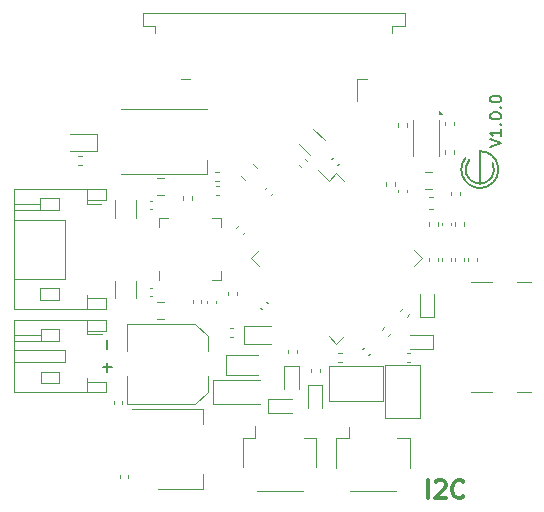
<source format=gbr>
%TF.GenerationSoftware,KiCad,Pcbnew,8.0.3*%
%TF.CreationDate,2024-08-22T22:40:52-04:00*%
%TF.ProjectId,Axis_Basic,41786973-5f42-4617-9369-632e6b696361,rev?*%
%TF.SameCoordinates,Original*%
%TF.FileFunction,Legend,Top*%
%TF.FilePolarity,Positive*%
%FSLAX46Y46*%
G04 Gerber Fmt 4.6, Leading zero omitted, Abs format (unit mm)*
G04 Created by KiCad (PCBNEW 8.0.3) date 2024-08-22 22:40:52*
%MOMM*%
%LPD*%
G01*
G04 APERTURE LIST*
%ADD10C,0.300000*%
%ADD11C,0.150000*%
%ADD12C,0.120000*%
%ADD13C,0.100000*%
G04 APERTURE END LIST*
D10*
X163154510Y-120300828D02*
X163154510Y-118800828D01*
X163797368Y-118943685D02*
X163868796Y-118872257D01*
X163868796Y-118872257D02*
X164011654Y-118800828D01*
X164011654Y-118800828D02*
X164368796Y-118800828D01*
X164368796Y-118800828D02*
X164511654Y-118872257D01*
X164511654Y-118872257D02*
X164583082Y-118943685D01*
X164583082Y-118943685D02*
X164654511Y-119086542D01*
X164654511Y-119086542D02*
X164654511Y-119229400D01*
X164654511Y-119229400D02*
X164583082Y-119443685D01*
X164583082Y-119443685D02*
X163725939Y-120300828D01*
X163725939Y-120300828D02*
X164654511Y-120300828D01*
X166154510Y-120157971D02*
X166083082Y-120229400D01*
X166083082Y-120229400D02*
X165868796Y-120300828D01*
X165868796Y-120300828D02*
X165725939Y-120300828D01*
X165725939Y-120300828D02*
X165511653Y-120229400D01*
X165511653Y-120229400D02*
X165368796Y-120086542D01*
X165368796Y-120086542D02*
X165297367Y-119943685D01*
X165297367Y-119943685D02*
X165225939Y-119657971D01*
X165225939Y-119657971D02*
X165225939Y-119443685D01*
X165225939Y-119443685D02*
X165297367Y-119157971D01*
X165297367Y-119157971D02*
X165368796Y-119015114D01*
X165368796Y-119015114D02*
X165511653Y-118872257D01*
X165511653Y-118872257D02*
X165725939Y-118800828D01*
X165725939Y-118800828D02*
X165868796Y-118800828D01*
X165868796Y-118800828D02*
X166083082Y-118872257D01*
X166083082Y-118872257D02*
X166154510Y-118943685D01*
D11*
X168369819Y-90606077D02*
X169369819Y-90272744D01*
X169369819Y-90272744D02*
X168369819Y-89939411D01*
X169369819Y-89082268D02*
X169369819Y-89653696D01*
X169369819Y-89367982D02*
X168369819Y-89367982D01*
X168369819Y-89367982D02*
X168512676Y-89463220D01*
X168512676Y-89463220D02*
X168607914Y-89558458D01*
X168607914Y-89558458D02*
X168655533Y-89653696D01*
X169274580Y-88653696D02*
X169322200Y-88606077D01*
X169322200Y-88606077D02*
X169369819Y-88653696D01*
X169369819Y-88653696D02*
X169322200Y-88701315D01*
X169322200Y-88701315D02*
X169274580Y-88653696D01*
X169274580Y-88653696D02*
X169369819Y-88653696D01*
X168369819Y-87987030D02*
X168369819Y-87891792D01*
X168369819Y-87891792D02*
X168417438Y-87796554D01*
X168417438Y-87796554D02*
X168465057Y-87748935D01*
X168465057Y-87748935D02*
X168560295Y-87701316D01*
X168560295Y-87701316D02*
X168750771Y-87653697D01*
X168750771Y-87653697D02*
X168988866Y-87653697D01*
X168988866Y-87653697D02*
X169179342Y-87701316D01*
X169179342Y-87701316D02*
X169274580Y-87748935D01*
X169274580Y-87748935D02*
X169322200Y-87796554D01*
X169322200Y-87796554D02*
X169369819Y-87891792D01*
X169369819Y-87891792D02*
X169369819Y-87987030D01*
X169369819Y-87987030D02*
X169322200Y-88082268D01*
X169322200Y-88082268D02*
X169274580Y-88129887D01*
X169274580Y-88129887D02*
X169179342Y-88177506D01*
X169179342Y-88177506D02*
X168988866Y-88225125D01*
X168988866Y-88225125D02*
X168750771Y-88225125D01*
X168750771Y-88225125D02*
X168560295Y-88177506D01*
X168560295Y-88177506D02*
X168465057Y-88129887D01*
X168465057Y-88129887D02*
X168417438Y-88082268D01*
X168417438Y-88082268D02*
X168369819Y-87987030D01*
X169274580Y-87225125D02*
X169322200Y-87177506D01*
X169322200Y-87177506D02*
X169369819Y-87225125D01*
X169369819Y-87225125D02*
X169322200Y-87272744D01*
X169322200Y-87272744D02*
X169274580Y-87225125D01*
X169274580Y-87225125D02*
X169369819Y-87225125D01*
X168369819Y-86558459D02*
X168369819Y-86463221D01*
X168369819Y-86463221D02*
X168417438Y-86367983D01*
X168417438Y-86367983D02*
X168465057Y-86320364D01*
X168465057Y-86320364D02*
X168560295Y-86272745D01*
X168560295Y-86272745D02*
X168750771Y-86225126D01*
X168750771Y-86225126D02*
X168988866Y-86225126D01*
X168988866Y-86225126D02*
X169179342Y-86272745D01*
X169179342Y-86272745D02*
X169274580Y-86320364D01*
X169274580Y-86320364D02*
X169322200Y-86367983D01*
X169322200Y-86367983D02*
X169369819Y-86463221D01*
X169369819Y-86463221D02*
X169369819Y-86558459D01*
X169369819Y-86558459D02*
X169322200Y-86653697D01*
X169322200Y-86653697D02*
X169274580Y-86701316D01*
X169274580Y-86701316D02*
X169179342Y-86748935D01*
X169179342Y-86748935D02*
X168988866Y-86796554D01*
X168988866Y-86796554D02*
X168750771Y-86796554D01*
X168750771Y-86796554D02*
X168560295Y-86748935D01*
X168560295Y-86748935D02*
X168465057Y-86701316D01*
X168465057Y-86701316D02*
X168417438Y-86653697D01*
X168417438Y-86653697D02*
X168369819Y-86558459D01*
X167537448Y-90923376D02*
X167537448Y-93685425D01*
X168614481Y-91946910D02*
G75*
G02*
X166637448Y-91685425I-1077033J-538515D01*
G01*
X167537448Y-90923376D02*
G75*
G02*
X166337449Y-91485426I0J-1562049D01*
G01*
X135988866Y-107663220D02*
X135988866Y-106901316D01*
X136363220Y-109211133D02*
X135601316Y-109211133D01*
X135982268Y-108830180D02*
X135982268Y-109592085D01*
D12*
%TO.C,C11*%
X137690000Y-105540000D02*
X137690000Y-107890000D01*
X137690000Y-112360000D02*
X137690000Y-110010000D01*
X143445563Y-105540000D02*
X137690000Y-105540000D01*
X143445563Y-112360000D02*
X137690000Y-112360000D01*
X144510000Y-106604437D02*
X143445563Y-105540000D01*
X144510000Y-106604437D02*
X144510000Y-107890000D01*
X144510000Y-111295563D02*
X143445563Y-112360000D01*
X144510000Y-111295563D02*
X144510000Y-110010000D01*
%TO.C,U5*%
X164085000Y-88325000D02*
X164085000Y-91325000D01*
X161865000Y-88325000D02*
X161865000Y-91325000D01*
X164345000Y-87815000D02*
X164065000Y-87815000D01*
X164065000Y-87535000D01*
X164345000Y-87815000D01*
G36*
X164345000Y-87815000D02*
G01*
X164065000Y-87815000D01*
X164065000Y-87535000D01*
X164345000Y-87815000D01*
G37*
%TO.C,R13*%
X164620000Y-88753641D02*
X164620000Y-88446359D01*
X165380000Y-88753641D02*
X165380000Y-88446359D01*
%TO.C,R12*%
X165380000Y-90846359D02*
X165380000Y-91153641D01*
X164620000Y-90846359D02*
X164620000Y-91153641D01*
%TO.C,R11*%
X160620000Y-88853641D02*
X160620000Y-88546359D01*
X161380000Y-88853641D02*
X161380000Y-88546359D01*
%TO.C,R4*%
X159620000Y-93853641D02*
X159620000Y-93546359D01*
X160380000Y-93853641D02*
X160380000Y-93546359D01*
%TO.C,R24*%
X165420000Y-100253641D02*
X165420000Y-99946359D01*
X166180000Y-100253641D02*
X166180000Y-99946359D01*
%TO.C,R23*%
X167280000Y-99946359D02*
X167280000Y-100253641D01*
X166520000Y-99946359D02*
X166520000Y-100253641D01*
%TO.C,R22*%
X145146359Y-92720000D02*
X145453641Y-92720000D01*
X145146359Y-93480000D02*
X145453641Y-93480000D01*
%TO.C,R21*%
X145468641Y-94620000D02*
X145161359Y-94620000D01*
X145468641Y-93860000D02*
X145161359Y-93860000D01*
%TO.C,J5*%
X147490000Y-115215000D02*
X148540000Y-115215000D01*
X147490000Y-117715000D02*
X147490000Y-115215000D01*
X148540000Y-115215000D02*
X148540000Y-114225000D01*
X148660000Y-119685000D02*
X152540000Y-119685000D01*
X153710000Y-115215000D02*
X152660000Y-115215000D01*
X153710000Y-117715000D02*
X153710000Y-115215000D01*
%TO.C,J3*%
X155390000Y-115240000D02*
X156440000Y-115240000D01*
X155390000Y-117740000D02*
X155390000Y-115240000D01*
X156440000Y-115240000D02*
X156440000Y-114250000D01*
X156560000Y-119710000D02*
X160440000Y-119710000D01*
X161610000Y-115240000D02*
X160560000Y-115240000D01*
X161610000Y-117740000D02*
X161610000Y-115240000D01*
%TO.C,D10*%
X162500000Y-104960000D02*
X163700000Y-104960000D01*
X162500000Y-103000000D02*
X162500000Y-104960000D01*
X163700000Y-103000000D02*
X163700000Y-104960000D01*
%TO.C,D9*%
X163560000Y-107700000D02*
X163560000Y-106500000D01*
X161600000Y-107700000D02*
X163560000Y-107700000D01*
X161600000Y-106500000D02*
X163560000Y-106500000D01*
%TO.C,D8*%
X149640000Y-111900000D02*
X149640000Y-113100000D01*
X151600000Y-111900000D02*
X149640000Y-111900000D01*
X151600000Y-113100000D02*
X149640000Y-113100000D01*
%TO.C,D6*%
X154200000Y-110740000D02*
X153000000Y-110740000D01*
X154200000Y-112700000D02*
X154200000Y-110740000D01*
X153000000Y-112700000D02*
X153000000Y-110740000D01*
%TO.C,D4*%
X152200000Y-109140000D02*
X151000000Y-109140000D01*
X152200000Y-111100000D02*
X152200000Y-109140000D01*
X151000000Y-111100000D02*
X151000000Y-109140000D01*
%TO.C,D3*%
X144940000Y-110300000D02*
X144940000Y-112300000D01*
X144940000Y-110300000D02*
X148950000Y-110300000D01*
X144940000Y-112300000D02*
X148950000Y-112300000D01*
%TO.C,C20*%
X157721693Y-107569190D02*
X157569190Y-107721693D01*
X158230810Y-108078307D02*
X158078307Y-108230810D01*
%TO.C,R18*%
X151320000Y-107746359D02*
X151320000Y-108053641D01*
X152080000Y-107746359D02*
X152080000Y-108053641D01*
%TO.C,R10*%
X133546359Y-92080000D02*
X133853641Y-92080000D01*
X133546359Y-91320000D02*
X133853641Y-91320000D01*
%TO.C,J4*%
X128090000Y-105240000D02*
X128090000Y-111360000D01*
X128090000Y-107800000D02*
X132450000Y-107800000D01*
X128090000Y-111360000D02*
X135910000Y-111360000D01*
X130350000Y-106000000D02*
X130350000Y-107000000D01*
X130350000Y-106500000D02*
X128090000Y-106500000D01*
X130350000Y-107000000D02*
X128090000Y-107000000D01*
X130350000Y-107000000D02*
X131950000Y-107000000D01*
X130350000Y-109600000D02*
X131950000Y-109600000D01*
X130350000Y-110600000D02*
X130350000Y-109600000D01*
X131950000Y-106000000D02*
X130350000Y-106000000D01*
X131950000Y-107000000D02*
X131950000Y-106000000D01*
X131950000Y-109600000D02*
X131950000Y-110600000D01*
X131950000Y-110600000D02*
X130350000Y-110600000D01*
X132450000Y-107800000D02*
X132450000Y-108800000D01*
X132450000Y-108800000D02*
X128090000Y-108800000D01*
X134310000Y-105240000D02*
X134310000Y-106160000D01*
X134310000Y-106160000D02*
X135910000Y-106160000D01*
X134310000Y-106440000D02*
X134310000Y-106160000D01*
X134310000Y-106440000D02*
X135525000Y-106440000D01*
X134310000Y-110440000D02*
X134310000Y-110160000D01*
X134310000Y-111360000D02*
X134310000Y-110440000D01*
X135910000Y-105240000D02*
X128090000Y-105240000D01*
X135910000Y-106160000D02*
X135910000Y-105240000D01*
X135910000Y-110440000D02*
X134310000Y-110440000D01*
X135910000Y-111360000D02*
X135910000Y-110440000D01*
%TO.C,C1*%
X136540000Y-112307836D02*
X136540000Y-112092164D01*
X137260000Y-112307836D02*
X137260000Y-112092164D01*
%TO.C,R3*%
X163220000Y-100253641D02*
X163220000Y-99946359D01*
X163980000Y-100253641D02*
X163980000Y-99946359D01*
%TO.C,SW1*%
D13*
X159500000Y-113500000D02*
X162500000Y-113500000D01*
X162500000Y-109000000D01*
X159500000Y-109000000D01*
X159500000Y-113500000D01*
D12*
%TO.C,C15*%
X160640000Y-94407836D02*
X160640000Y-94192164D01*
X161360000Y-94407836D02*
X161360000Y-94192164D01*
%TO.C,R15*%
X136627470Y-96556476D02*
X136627470Y-95102348D01*
X138447470Y-96556476D02*
X138447470Y-95102348D01*
%TO.C,C9*%
X140761252Y-93215000D02*
X140238748Y-93215000D01*
X140761252Y-94685000D02*
X140238748Y-94685000D01*
%TO.C,R8*%
X142420000Y-95053641D02*
X142420000Y-94746359D01*
X143180000Y-95053641D02*
X143180000Y-94746359D01*
%TO.C,U4*%
X140377500Y-96590000D02*
X141102500Y-96590000D01*
X140377500Y-97315000D02*
X140377500Y-96590000D01*
X140377500Y-101085000D02*
X140377500Y-101810000D01*
X145597500Y-96590000D02*
X144872500Y-96590000D01*
X145597500Y-97315000D02*
X145597500Y-96590000D01*
X145597500Y-101085000D02*
X145597500Y-101810000D01*
X145597500Y-101810000D02*
X144872500Y-101810000D01*
%TO.C,J6*%
X139030000Y-79240000D02*
X161170000Y-79240000D01*
X139030000Y-80350000D02*
X139030000Y-79240000D01*
X140055000Y-80350000D02*
X139030000Y-80350000D01*
X140055000Y-80890000D02*
X140055000Y-80350000D01*
X143035000Y-84860000D02*
X142210000Y-84860000D01*
X157165000Y-84860000D02*
X157165000Y-86660000D01*
X157990000Y-84860000D02*
X157165000Y-84860000D01*
X160145000Y-80350000D02*
X160145000Y-80890000D01*
X161170000Y-79240000D02*
X161170000Y-80350000D01*
X161170000Y-80350000D02*
X160145000Y-80350000D01*
%TO.C,C5*%
X146240000Y-102892164D02*
X146240000Y-103107836D01*
X146960000Y-102892164D02*
X146960000Y-103107836D01*
%TO.C,J2*%
X128072353Y-94169412D02*
X128072353Y-104289412D01*
X128072353Y-96729412D02*
X132432353Y-96729412D01*
X128072353Y-104289412D02*
X135892353Y-104289412D01*
X130332353Y-94929412D02*
X130332353Y-95929412D01*
X130332353Y-95429412D02*
X128072353Y-95429412D01*
X130332353Y-95929412D02*
X128072353Y-95929412D01*
X130332353Y-95929412D02*
X131932353Y-95929412D01*
X130332353Y-102529412D02*
X131932353Y-102529412D01*
X130332353Y-103529412D02*
X130332353Y-102529412D01*
X131932353Y-94929412D02*
X130332353Y-94929412D01*
X131932353Y-95929412D02*
X131932353Y-94929412D01*
X131932353Y-102529412D02*
X131932353Y-103529412D01*
X131932353Y-103529412D02*
X130332353Y-103529412D01*
X132432353Y-96729412D02*
X132432353Y-101729412D01*
X132432353Y-101729412D02*
X128072353Y-101729412D01*
X134292353Y-94169412D02*
X134292353Y-95089412D01*
X134292353Y-95089412D02*
X135892353Y-95089412D01*
X134292353Y-95369412D02*
X134292353Y-95089412D01*
X134292353Y-95369412D02*
X135507353Y-95369412D01*
X134292353Y-103369412D02*
X134292353Y-103089412D01*
X134292353Y-104289412D02*
X134292353Y-103369412D01*
X135892353Y-94169412D02*
X128072353Y-94169412D01*
X135892353Y-95089412D02*
X135892353Y-94169412D01*
X135892353Y-103369412D02*
X134292353Y-103369412D01*
X135892353Y-104289412D02*
X135892353Y-103369412D01*
%TO.C,C2*%
X137040000Y-118392164D02*
X137040000Y-118607836D01*
X137760000Y-118392164D02*
X137760000Y-118607836D01*
%TO.C,R16*%
X146653641Y-105920000D02*
X146346359Y-105920000D01*
X146653641Y-106680000D02*
X146346359Y-106680000D01*
%TO.C,C8*%
X139807836Y-102490000D02*
X139592164Y-102490000D01*
X139807836Y-103210000D02*
X139592164Y-103210000D01*
%TO.C,L1*%
X163249721Y-94790000D02*
X163575279Y-94790000D01*
X163249721Y-95810000D02*
X163575279Y-95810000D01*
%TO.C,R5*%
X165420000Y-97253641D02*
X165420000Y-96946359D01*
X166180000Y-97253641D02*
X166180000Y-96946359D01*
%TO.C,U2*%
X144060000Y-119560000D02*
X144060000Y-118300000D01*
X144060000Y-112740000D02*
X144060000Y-114000000D01*
X140300000Y-119560000D02*
X144060000Y-119560000D01*
X138050000Y-112740000D02*
X144060000Y-112740000D01*
%TO.C,C18*%
X155121693Y-91469190D02*
X154969190Y-91621693D01*
X155630810Y-91978307D02*
X155478307Y-92130810D01*
%TO.C,R19*%
X160822659Y-104439940D02*
X161039940Y-104222659D01*
X161360060Y-104977341D02*
X161577341Y-104760060D01*
%TO.C,C12*%
X162938748Y-94135000D02*
X163461252Y-94135000D01*
X162938748Y-92665000D02*
X163461252Y-92665000D01*
%TO.C,R17*%
X153220000Y-109346359D02*
X153220000Y-109653641D01*
X153980000Y-109346359D02*
X153980000Y-109653641D01*
%TO.C,D2*%
X149900000Y-105765000D02*
X147615000Y-105765000D01*
X147615000Y-105765000D02*
X147615000Y-107235000D01*
X147615000Y-107235000D02*
X149900000Y-107235000D01*
%TO.C,C3*%
X164340000Y-96992164D02*
X164340000Y-97207836D01*
X165060000Y-96992164D02*
X165060000Y-97207836D01*
%TO.C,R2*%
X161653641Y-108020000D02*
X161346359Y-108020000D01*
X161653641Y-108780000D02*
X161346359Y-108780000D01*
%TO.C,C19*%
X148919190Y-104178307D02*
X149071693Y-104330810D01*
X149428307Y-103669190D02*
X149580810Y-103821693D01*
%TO.C,R6*%
X163220000Y-97253641D02*
X163220000Y-96946359D01*
X163980000Y-97253641D02*
X163980000Y-96946359D01*
%TO.C,SW2*%
D13*
X159300000Y-112100000D02*
X154800000Y-112100000D01*
X154800000Y-109100000D01*
X159300000Y-109100000D01*
X159300000Y-112100000D01*
D12*
%TO.C,C10*%
X140761252Y-103665000D02*
X140238748Y-103665000D01*
X140761252Y-105135000D02*
X140238748Y-105135000D01*
%TO.C,C13*%
X165140000Y-94392164D02*
X165140000Y-94607836D01*
X165860000Y-94392164D02*
X165860000Y-94607836D01*
%TO.C,C6*%
X144440000Y-103807836D02*
X144440000Y-103592164D01*
X145160000Y-103807836D02*
X145160000Y-103592164D01*
%TO.C,D5*%
X132800000Y-90935000D02*
X135085000Y-90935000D01*
X135085000Y-90935000D02*
X135085000Y-89465000D01*
X135085000Y-89465000D02*
X132800000Y-89465000D01*
%TO.C,U3*%
X148173369Y-100000000D02*
X148845120Y-99328249D01*
X148845120Y-100671751D02*
X148173369Y-100000000D01*
X154728249Y-93445120D02*
X153816081Y-92532952D01*
X154728249Y-106554880D02*
X155400000Y-107226631D01*
X155400000Y-92773369D02*
X154728249Y-93445120D01*
X155400000Y-107226631D02*
X156071751Y-106554880D01*
X156071751Y-93445120D02*
X155400000Y-92773369D01*
X161954880Y-99328249D02*
X162626631Y-100000000D01*
X162626631Y-100000000D02*
X161954880Y-100671751D01*
%TO.C,R9*%
X155863641Y-108780000D02*
X155556359Y-108780000D01*
X155863641Y-108020000D02*
X155556359Y-108020000D01*
%TO.C,C7*%
X139807836Y-95140000D02*
X139592164Y-95140000D01*
X139807836Y-95860000D02*
X139592164Y-95860000D01*
%TO.C,C14*%
X147665010Y-93404457D02*
X147295543Y-93034990D01*
X148704457Y-92365010D02*
X148334990Y-91995543D01*
%TO.C,C17*%
X152219190Y-92128307D02*
X152371693Y-92280810D01*
X152728307Y-91619190D02*
X152880810Y-91771693D01*
%TO.C,C4*%
X143240000Y-103542164D02*
X143240000Y-103757836D01*
X143960000Y-103542164D02*
X143960000Y-103757836D01*
%TO.C,C16*%
X149369190Y-94121693D02*
X149521693Y-93969190D01*
X149878307Y-94630810D02*
X150030810Y-94478307D01*
%TO.C,D1*%
X146090000Y-109850000D02*
X148750000Y-109850000D01*
X146090000Y-108150000D02*
X146090000Y-109850000D01*
X146090000Y-108150000D02*
X148750000Y-108150000D01*
%TO.C,D7*%
X137150000Y-87350000D02*
X144450000Y-87350000D01*
X137150000Y-92850000D02*
X144450000Y-92850000D01*
X144450000Y-92850000D02*
X144450000Y-91700000D01*
%TO.C,R7*%
X147139940Y-97222659D02*
X146922659Y-97439940D01*
X147677341Y-97760060D02*
X147460060Y-97977341D01*
%TO.C,J1*%
X168600000Y-101980000D02*
X166800000Y-101980000D01*
X168600000Y-111320000D02*
X166800000Y-111320000D01*
X170700000Y-101980000D02*
X171850000Y-101980000D01*
X170700000Y-111320000D02*
X171850000Y-111320000D01*
%TO.C,R14*%
X136627470Y-101902348D02*
X136627470Y-103356476D01*
X138447470Y-101902348D02*
X138447470Y-103356476D01*
%TO.C,R20*%
X159222659Y-106039940D02*
X159439940Y-105822659D01*
X159760060Y-106577341D02*
X159977341Y-106360060D01*
%TO.C,Y1*%
X152203984Y-90291421D02*
X153158579Y-91246016D01*
X153441421Y-89053984D02*
X154396016Y-90008579D01*
%TO.C,R1*%
X165080000Y-99946359D02*
X165080000Y-100253641D01*
X164320000Y-99946359D02*
X164320000Y-100253641D01*
%TD*%
M02*

</source>
